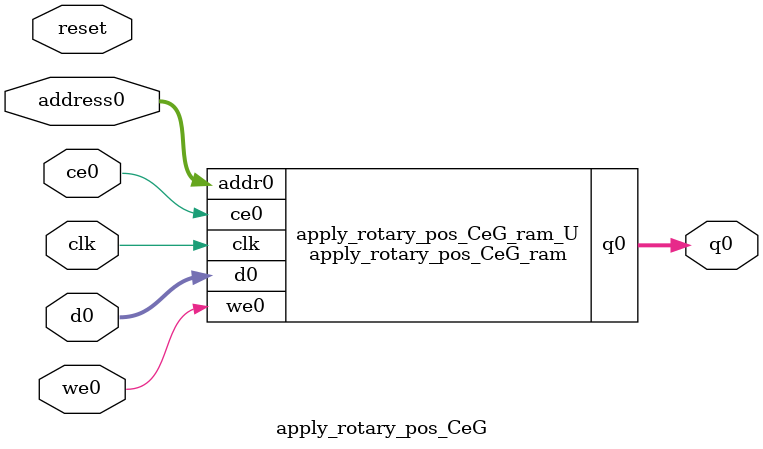
<source format=v>
`timescale 1 ns / 1 ps
module apply_rotary_pos_CeG_ram (addr0, ce0, d0, we0, q0,  clk);

parameter DWIDTH = 32;
parameter AWIDTH = 11;
parameter MEM_SIZE = 1536;

input[AWIDTH-1:0] addr0;
input ce0;
input[DWIDTH-1:0] d0;
input we0;
output reg[DWIDTH-1:0] q0;
input clk;

(* ram_style = "block" *)reg [DWIDTH-1:0] ram[0:MEM_SIZE-1];




always @(posedge clk)  
begin 
    if (ce0) begin
        if (we0) 
            ram[addr0] <= d0; 
        q0 <= ram[addr0];
    end
end


endmodule

`timescale 1 ns / 1 ps
module apply_rotary_pos_CeG(
    reset,
    clk,
    address0,
    ce0,
    we0,
    d0,
    q0);

parameter DataWidth = 32'd32;
parameter AddressRange = 32'd1536;
parameter AddressWidth = 32'd11;
input reset;
input clk;
input[AddressWidth - 1:0] address0;
input ce0;
input we0;
input[DataWidth - 1:0] d0;
output[DataWidth - 1:0] q0;



apply_rotary_pos_CeG_ram apply_rotary_pos_CeG_ram_U(
    .clk( clk ),
    .addr0( address0 ),
    .ce0( ce0 ),
    .we0( we0 ),
    .d0( d0 ),
    .q0( q0 ));

endmodule


</source>
